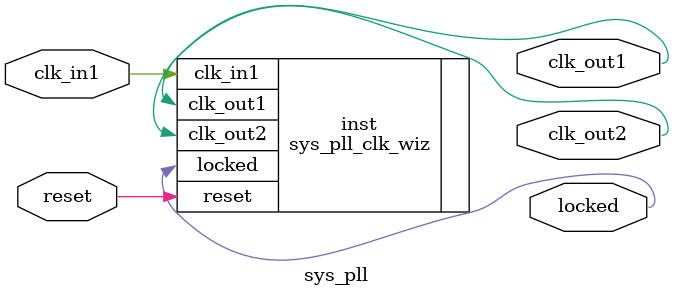
<source format=v>


`timescale 1ps/1ps

(* CORE_GENERATION_INFO = "sys_pll,clk_wiz_v5_4_3_0,{component_name=sys_pll,use_phase_alignment=true,use_min_o_jitter=false,use_max_i_jitter=false,use_dyn_phase_shift=false,use_inclk_switchover=false,use_dyn_reconfig=false,enable_axi=0,feedback_source=FDBK_AUTO,PRIMITIVE=MMCM,num_out_clk=2,clkin1_period=5.000,clkin2_period=10.0,use_power_down=false,use_reset=true,use_locked=true,use_inclk_stopped=false,feedback_type=SINGLE,CLOCK_MGR_TYPE=NA,manual_override=false}" *)

module sys_pll 
 (
  // Clock out ports
  output        clk_out1,
  output        clk_out2,
  // Status and control signals
  input         reset,
  output        locked,
 // Clock in ports
  input         clk_in1
 );

  sys_pll_clk_wiz inst
  (
  // Clock out ports  
  .clk_out1(clk_out1),
  .clk_out2(clk_out2),
  // Status and control signals               
  .reset(reset), 
  .locked(locked),
 // Clock in ports
  .clk_in1(clk_in1)
  );

endmodule

</source>
